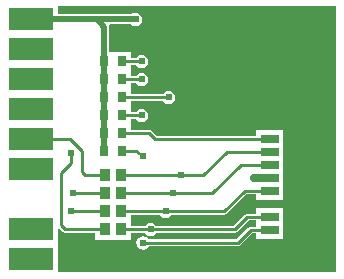
<source format=gtl>
G04 Layer_Physical_Order=1*
G04 Layer_Color=25308*
%FSLAX25Y25*%
%MOIN*%
G70*
G01*
G75*
%ADD10R,0.15000X0.07600*%
%ADD11R,0.03543X0.04134*%
%ADD12R,0.03150X0.03543*%
%ADD13R,0.05906X0.03150*%
%ADD14R,0.07874X0.05709*%
%ADD15C,0.01000*%
%ADD16C,0.02000*%
%ADD17C,0.02500*%
%ADD18C,0.02400*%
G36*
X211837Y388163D02*
X119000D01*
Y397200D01*
Y402707D01*
X119500Y402914D01*
X120707Y401707D01*
X121071Y401464D01*
X121500Y401378D01*
X121500Y401378D01*
X131571D01*
Y398933D01*
X143429D01*
Y401378D01*
X148103D01*
X148414Y400914D01*
X149142Y400428D01*
X150000Y400257D01*
X150858Y400428D01*
X151586Y400914D01*
X151897Y401378D01*
X178000D01*
X178000Y401378D01*
X178429Y401464D01*
X178793Y401707D01*
X182598Y405512D01*
X185150D01*
Y403559D01*
Y403425D01*
X183303D01*
X183303Y403425D01*
X182874Y403339D01*
X182510Y403096D01*
X182510Y403096D01*
X178535Y399121D01*
X149397D01*
X149086Y399586D01*
X148358Y400072D01*
X147500Y400243D01*
X146642Y400072D01*
X145914Y399586D01*
X145428Y398858D01*
X145257Y398000D01*
X145428Y397142D01*
X145914Y396414D01*
X146642Y395928D01*
X147500Y395757D01*
X148358Y395928D01*
X149086Y396414D01*
X149397Y396879D01*
X179000D01*
X179000Y396878D01*
X179429Y396964D01*
X179793Y397207D01*
X183768Y401182D01*
X185150D01*
Y399228D01*
X194055D01*
Y403559D01*
Y409709D01*
X185150D01*
Y407755D01*
X182134D01*
X181705Y407670D01*
X181341Y407427D01*
X181341Y407427D01*
X177535Y403621D01*
X151897D01*
X151586Y404086D01*
X150858Y404572D01*
X150000Y404743D01*
X149142Y404572D01*
X148414Y404086D01*
X148103Y403621D01*
X143429D01*
Y404933D01*
Y407378D01*
X153103D01*
X153414Y406914D01*
X154142Y406428D01*
X155000Y406257D01*
X155858Y406428D01*
X156586Y406914D01*
X156896Y407378D01*
X174500D01*
X174500Y407378D01*
X174929Y407464D01*
X175293Y407707D01*
X181760Y414174D01*
X185150D01*
Y412220D01*
X194055D01*
Y416551D01*
Y420882D01*
Y425213D01*
Y429543D01*
Y435693D01*
X185150D01*
Y433740D01*
X151847D01*
X150293Y435293D01*
X149929Y435536D01*
X149500Y435622D01*
X149500Y435622D01*
X143528D01*
Y437228D01*
Y439378D01*
X145104D01*
X145414Y438914D01*
X146142Y438428D01*
X147000Y438257D01*
X147858Y438428D01*
X148586Y438914D01*
X149072Y439642D01*
X149243Y440500D01*
X149072Y441358D01*
X148586Y442086D01*
X147858Y442572D01*
X147000Y442743D01*
X146142Y442572D01*
X145414Y442086D01*
X145104Y441622D01*
X143528D01*
Y443228D01*
Y445378D01*
X154104D01*
X154414Y444914D01*
X155142Y444428D01*
X156000Y444257D01*
X156858Y444428D01*
X157586Y444914D01*
X158072Y445642D01*
X158243Y446500D01*
X158072Y447358D01*
X157586Y448086D01*
X156858Y448572D01*
X156000Y448743D01*
X155142Y448572D01*
X154414Y448086D01*
X154104Y447622D01*
X143528D01*
Y449228D01*
Y451378D01*
X145104D01*
X145414Y450914D01*
X146142Y450428D01*
X147000Y450257D01*
X147858Y450428D01*
X148586Y450914D01*
X149072Y451642D01*
X149243Y452500D01*
X149072Y453358D01*
X148586Y454086D01*
X147858Y454572D01*
X147000Y454743D01*
X146142Y454572D01*
X145414Y454086D01*
X145104Y453622D01*
X143528D01*
Y455228D01*
Y457378D01*
X145104D01*
X145414Y456914D01*
X146142Y456428D01*
X147000Y456257D01*
X147858Y456428D01*
X148586Y456914D01*
X149072Y457642D01*
X149243Y458500D01*
X149072Y459358D01*
X148586Y460086D01*
X147858Y460572D01*
X147000Y460743D01*
X146142Y460572D01*
X145414Y460086D01*
X145104Y459622D01*
X143528D01*
Y461772D01*
X136179D01*
Y469953D01*
X136096Y470369D01*
X136415Y470869D01*
X143482D01*
X144142Y470428D01*
X145000Y470257D01*
X145858Y470428D01*
X146586Y470914D01*
X147072Y471642D01*
X147243Y472500D01*
X147072Y473358D01*
X146586Y474086D01*
X145858Y474572D01*
X145000Y474743D01*
X144142Y474572D01*
X143482Y474131D01*
X119000D01*
Y476837D01*
X211837D01*
Y388163D01*
D02*
G37*
D10*
X110000Y422500D02*
D03*
Y432500D02*
D03*
Y442500D02*
D03*
Y452500D02*
D03*
Y462500D02*
D03*
Y472500D02*
D03*
Y402500D02*
D03*
Y392500D02*
D03*
D11*
X134843Y402500D02*
D03*
X140157D02*
D03*
X134843Y408500D02*
D03*
X140157D02*
D03*
X134843Y414500D02*
D03*
X140157D02*
D03*
X134843Y420500D02*
D03*
X140157D02*
D03*
D12*
X140453Y440500D02*
D03*
X134547D02*
D03*
X140453Y446500D02*
D03*
X134547D02*
D03*
X140453Y452500D02*
D03*
X134547D02*
D03*
X140453Y458500D02*
D03*
X134547D02*
D03*
X140453Y428500D02*
D03*
X134547D02*
D03*
X140453Y434500D02*
D03*
X134547D02*
D03*
D13*
X189602Y432618D02*
D03*
Y428287D02*
D03*
Y423957D02*
D03*
Y419626D02*
D03*
Y415295D02*
D03*
Y410964D02*
D03*
Y406634D02*
D03*
Y402303D02*
D03*
D14*
X167161Y447067D02*
D03*
X199839D02*
D03*
Y392933D02*
D03*
X167161D02*
D03*
D15*
X140453Y428500D02*
X145000D01*
X147500Y427000D01*
X140453Y434500D02*
X149500D01*
X151382Y432618D01*
X189602D01*
X140453Y440500D02*
X147000D01*
X140157Y402500D02*
X150000D01*
X140453Y446500D02*
X140953Y446000D01*
X140453Y452500D02*
X147000D01*
X140453Y458500D02*
X147000D01*
X140953Y446000D02*
X141453Y446500D01*
X156000D01*
X183303Y402303D02*
X189602D01*
X150000Y402500D02*
X178000D01*
X182134Y406634D01*
X189602D01*
X140157Y408500D02*
X174500D01*
X181295Y415295D01*
X189602D01*
X140157Y414500D02*
X170500D01*
X179957Y423957D01*
X189602D01*
X167500Y420500D02*
X175287Y428287D01*
X189602D01*
X140157Y420500D02*
X167500D01*
X179000Y398000D02*
X183303Y402303D01*
X147500Y398000D02*
X179000D01*
X128000Y420500D02*
X134843D01*
X110000Y432500D02*
X123000D01*
X123500Y408500D02*
X134843D01*
X121500Y402500D02*
X134843D01*
X120000Y404000D02*
X121500Y402500D01*
X127000Y421500D02*
X128000Y420500D01*
X127000Y421500D02*
Y428500D01*
X123000Y432500D02*
X127000Y428500D01*
X124000Y414500D02*
X134843D01*
X120000Y404000D02*
Y421199D01*
X123500Y424699D01*
Y428000D01*
D16*
X134547Y428500D02*
Y434500D01*
Y440500D01*
Y446500D01*
Y452500D01*
Y458500D01*
Y469953D01*
X132000Y472500D02*
X134547Y469953D01*
X110000Y472500D02*
X132000D01*
X189602Y410964D02*
X194965D01*
X195000Y411000D01*
X132000Y472500D02*
X145000D01*
D17*
X184500Y419500D02*
X189476D01*
D18*
X147500Y427000D02*
D03*
X147000Y440500D02*
D03*
X150000Y402500D02*
D03*
X147000Y452500D02*
D03*
Y458500D02*
D03*
X156000Y446500D02*
D03*
X147500Y398000D02*
D03*
X155000Y408500D02*
D03*
X157500Y414500D02*
D03*
X160000Y420500D02*
D03*
X123500Y408500D02*
D03*
Y428000D02*
D03*
X124000Y414500D02*
D03*
X195000Y411000D02*
D03*
X184500Y419500D02*
D03*
X145000Y472500D02*
D03*
M02*

</source>
